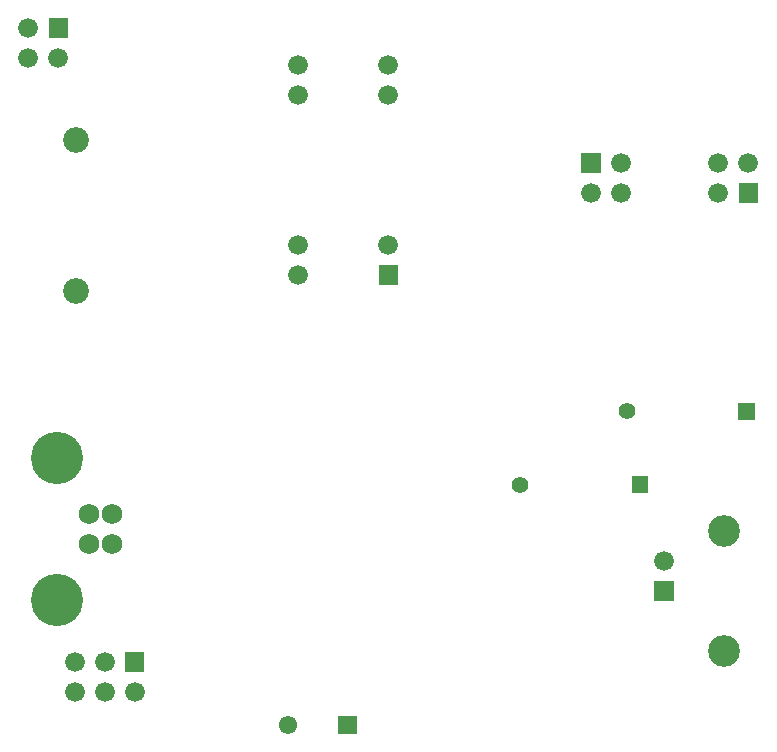
<source format=gbr>
G04 start of page 7 for group -4062 idx -4062 *
G04 Title: (unknown), soldermask *
G04 Creator: pcb 1.99z *
G04 CreationDate: Tue 15 Oct 2013 04:12:06 PM GMT UTC *
G04 For: commonadmin *
G04 Format: Gerber/RS-274X *
G04 PCB-Dimensions: 600000 500000 *
G04 PCB-Coordinate-Origin: lower left *
%MOIN*%
%FSLAX25Y25*%
%LNBOTTOMMASK*%
%ADD98C,0.0860*%
%ADD97C,0.0610*%
%ADD96C,0.1740*%
%ADD95C,0.0680*%
%ADD94C,0.1060*%
%ADD93C,0.0660*%
%ADD92C,0.0560*%
%ADD91C,0.0001*%
G54D91*G36*
X235023Y296646D02*Y291046D01*
X240623D01*
Y296646D01*
X235023D01*
G37*
G54D92*X197823Y293846D03*
G54D91*G36*
X242523Y261646D02*Y255046D01*
X249123D01*
Y261646D01*
X242523D01*
G37*
G54D93*X245823Y268346D03*
G54D94*X265823Y278346D03*
Y238346D03*
G54D91*G36*
X270523Y321146D02*Y315546D01*
X276123D01*
Y321146D01*
X270523D01*
G37*
G54D92*X233323Y318346D03*
G54D91*G36*
X137273Y216796D02*Y210696D01*
X143373D01*
Y216796D01*
X137273D01*
G37*
G54D95*X54023Y274146D03*
Y283946D03*
X61823D03*
Y274146D03*
G54D96*X43323Y255346D03*
Y302746D03*
G54D97*X120323Y213746D03*
G54D91*G36*
X66023Y238046D02*Y231446D01*
X72623D01*
Y238046D01*
X66023D01*
G37*
G54D93*X69323Y224746D03*
X59323D03*
X49323D03*
X59323Y234746D03*
X49323D03*
G54D98*X49737Y408602D03*
Y358402D03*
G54D91*G36*
X40637Y449402D02*Y442802D01*
X47237D01*
Y449402D01*
X40637D01*
G37*
G54D93*X33937Y446102D03*
Y436102D03*
X43937D03*
G54D91*G36*
X218137Y404402D02*Y397802D01*
X224737D01*
Y404402D01*
X218137D01*
G37*
G54D93*X231437Y401102D03*
X273937D03*
X263937D03*
X221437Y391102D03*
X231437D03*
G54D91*G36*
X270637Y394402D02*Y387802D01*
X277237D01*
Y394402D01*
X270637D01*
G37*
G54D93*X263937Y391102D03*
G54D91*G36*
X150637Y366902D02*Y360302D01*
X157237D01*
Y366902D01*
X150637D01*
G37*
G54D93*X153937Y373602D03*
X123937D03*
Y363602D03*
X153937Y423602D03*
Y433602D03*
X123937D03*
Y423602D03*
M02*

</source>
